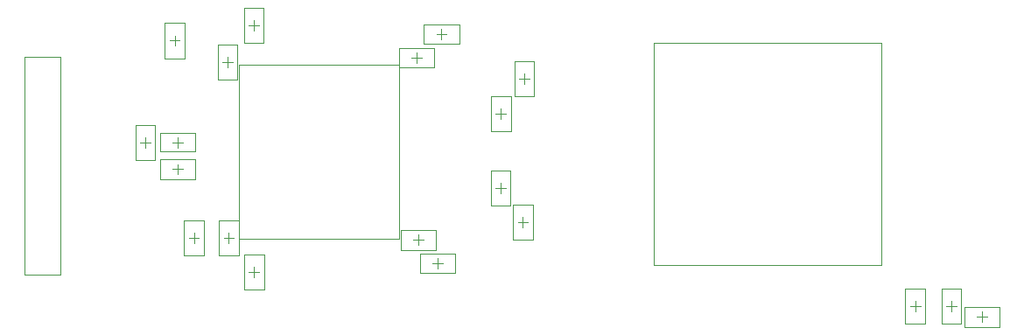
<source format=gbr>
%TF.GenerationSoftware,Altium Limited,Altium Designer,19.1.8 (144)*%
G04 Layer_Color=32768*
%FSLAX26Y26*%
%MOIN*%
%TF.FileFunction,Other,Mechanical_15*%
%TF.Part,Single*%
G01*
G75*
%TA.AperFunction,NonConductor*%
%ADD53C,0.003937*%
%ADD54C,0.001968*%
D53*
X1074803Y1438975D02*
X1669292D01*
Y2104330D01*
X1059055D02*
X1669292D01*
X1059055Y1438975D02*
Y2104330D01*
Y1438975D02*
X1074803D01*
X806102Y1807087D02*
X845473D01*
X825788Y1787402D02*
Y1826772D01*
X701772Y1786417D02*
Y1825787D01*
X682087Y1806102D02*
X721457D01*
X3771654Y1162402D02*
Y1201772D01*
X3751969Y1182087D02*
X3791339D01*
X376968Y1301771D02*
Y2132479D01*
X243110D02*
X376968D01*
X243110Y1301771D02*
Y2132479D01*
Y1301771D02*
X376968D01*
X1815946Y1326772D02*
Y1366142D01*
X1796261Y1346457D02*
X1835631D01*
X1000001Y1441928D02*
X1039371D01*
X1019686Y1422243D02*
Y1461613D01*
X867126Y1443898D02*
X906496D01*
X886811Y1424213D02*
Y1463583D01*
X2120079Y1502955D02*
X2159449D01*
X2139764Y1483269D02*
Y1522639D01*
X1742126Y1415354D02*
Y1454725D01*
X1722441Y1435039D02*
X1761811D01*
X2035433Y1631890D02*
X2074803D01*
X2055118Y1612205D02*
Y1651575D01*
X825788Y1685039D02*
Y1724409D01*
X806102Y1704724D02*
X845472D01*
X1096457Y1313976D02*
X1135827D01*
X1116142Y1294291D02*
Y1333661D01*
X2036417Y1915354D02*
X2075787D01*
X2056102Y1895669D02*
Y1935039D01*
X1095473Y2252952D02*
X1134843D01*
X1115158Y2233267D02*
Y2272637D01*
X2125984Y2048228D02*
X2165354D01*
X2145669Y2028543D02*
Y2067913D01*
X1735236Y2110236D02*
Y2149606D01*
X1715551Y2129921D02*
X1754921D01*
X1829724Y2200787D02*
Y2240157D01*
X1810039Y2220472D02*
X1849409D01*
X996063Y2114173D02*
X1035433D01*
X1015748Y2094488D02*
Y2133858D01*
X3888779Y1122047D02*
Y1161417D01*
X3869094Y1141732D02*
X3908464D01*
X3614173Y1182085D02*
X3653543D01*
X3633858Y1162400D02*
Y1201770D01*
X793701Y2194685D02*
X833071D01*
X813386Y2175000D02*
Y2214370D01*
X2637795Y1338583D02*
X3503937D01*
Y2185039D01*
X2637795D02*
X3503937D01*
X2637795Y1338583D02*
Y2185039D01*
D54*
X758858Y1771654D02*
Y1842520D01*
X892717Y1771654D02*
Y1842520D01*
X758858D02*
X892717D01*
X758858Y1771654D02*
X892717D01*
X666339Y1739173D02*
X737205D01*
X666339Y1873032D02*
X737205D01*
X666339Y1739173D02*
Y1873032D01*
X737205Y1739173D02*
Y1873032D01*
X3736221Y1115158D02*
X3807087D01*
X3736221Y1249016D02*
X3807087D01*
X3736221Y1115158D02*
Y1249016D01*
X3807087Y1115158D02*
Y1249016D01*
X1749016Y1309055D02*
X1882875D01*
X1749016Y1383859D02*
X1882875D01*
Y1309055D02*
Y1383859D01*
X1749016Y1309055D02*
Y1383859D01*
X982284Y1374999D02*
Y1508857D01*
X1057087Y1374999D02*
Y1508857D01*
X982284Y1374999D02*
X1057087D01*
X982284Y1508857D02*
X1057087D01*
X849409Y1376968D02*
Y1510827D01*
X924213Y1376968D02*
Y1510827D01*
X849409Y1376968D02*
X924213D01*
X849409Y1510827D02*
X924213D01*
X2102362Y1436025D02*
Y1569884D01*
X2177165Y1436025D02*
Y1569884D01*
X2102362Y1436025D02*
X2177165D01*
X2102362Y1569884D02*
X2177165D01*
X1675197Y1397638D02*
X1809055D01*
X1675197Y1472441D02*
X1809055D01*
Y1397638D02*
Y1472441D01*
X1675197Y1397638D02*
Y1472441D01*
X2092520Y1564961D02*
Y1698819D01*
X2017716Y1564961D02*
Y1698819D01*
X2092520D01*
X2017716Y1564961D02*
X2092520D01*
X758858Y1742126D02*
X892717D01*
X758858Y1667323D02*
X892717D01*
X758858D02*
Y1742126D01*
X892717Y1667323D02*
Y1742126D01*
X1153543Y1247047D02*
Y1380906D01*
X1078740Y1247047D02*
Y1380906D01*
X1153543D01*
X1078740Y1247047D02*
X1153543D01*
X2018700Y1848425D02*
Y1982283D01*
X2093504Y1848425D02*
Y1982283D01*
X2018700Y1848425D02*
X2093504D01*
X2018700Y1982283D02*
X2093504D01*
X1077756Y2186023D02*
Y2319881D01*
X1152559Y2186023D02*
Y2319881D01*
X1077756Y2186023D02*
X1152559D01*
X1077756Y2319881D02*
X1152559D01*
X2183071Y1981299D02*
Y2115157D01*
X2108268Y1981299D02*
Y2115157D01*
X2183071D01*
X2108268Y1981299D02*
X2183071D01*
X1668307Y2092520D02*
X1802165D01*
X1668307Y2167323D02*
X1802165D01*
Y2092520D02*
Y2167323D01*
X1668307Y2092520D02*
Y2167323D01*
X1762794Y2257874D02*
X1896653D01*
X1762794Y2183071D02*
X1896653D01*
X1762794D02*
Y2257874D01*
X1896653Y2183071D02*
Y2257874D01*
X978347Y2047244D02*
Y2181102D01*
X1053150Y2047244D02*
Y2181102D01*
X978347Y2047244D02*
X1053150D01*
X978347Y2181102D02*
X1053150D01*
X3821850Y1104331D02*
X3955708D01*
X3821850Y1179134D02*
X3955708D01*
Y1104331D02*
Y1179134D01*
X3821850Y1104331D02*
Y1179134D01*
X3671260Y1115156D02*
Y1249014D01*
X3596457Y1115156D02*
Y1249014D01*
X3671260D01*
X3596457Y1115156D02*
X3671260D01*
X775985Y2127756D02*
Y2261614D01*
X850788Y2127756D02*
Y2261614D01*
X775985Y2127756D02*
X850788D01*
X775985Y2261614D02*
X850788D01*
%TF.MD5,1179f9790a15a96ed5ef408d8b4f8956*%
M02*

</source>
